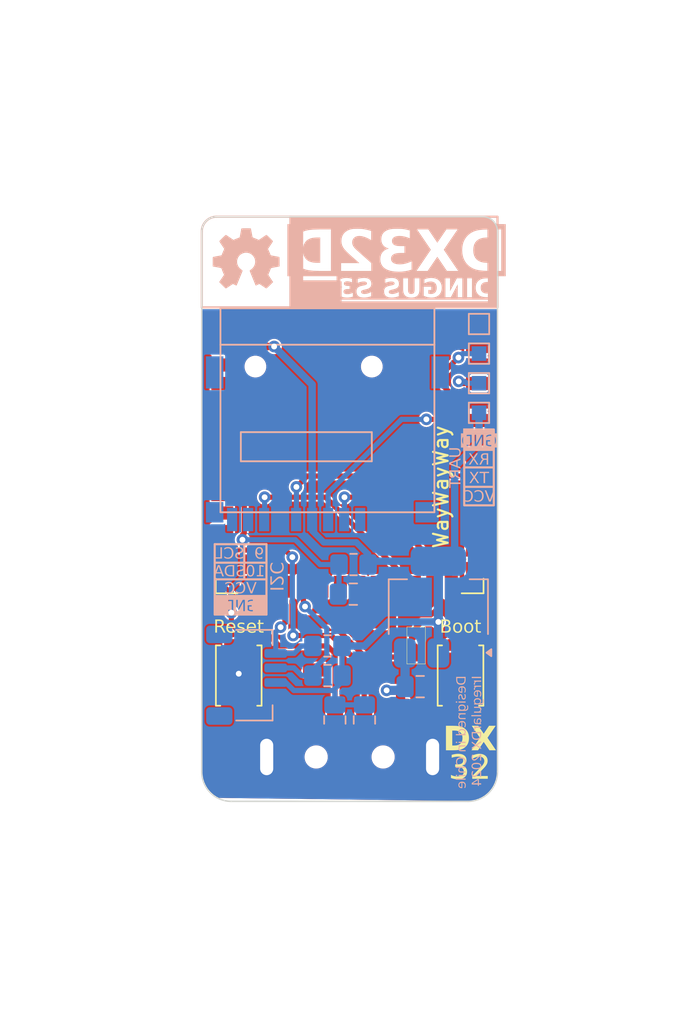
<source format=kicad_pcb>
(kicad_pcb (version 20240108) (generator "pcbnew") (generator_version "8.0")
  (layers (0 "F.Cu" signal) (31 "B.Cu" signal) (34 "B.Paste" user) (35 "F.Paste" user) (36 "B.SilkS" user "B.Silkscreen") (37 "F.SilkS" user "F.Silkscreen") (38 "B.Mask" user) (39 "F.Mask" user) (44 "Edge.Cuts" user))
  (net 0 "")
  (net 1 "/RESET")
  (net 2 "GND")
  (net 3 "+5V")
  (net 4 "+3.3V")
  (net 6 "/RGB_LED")
  (net 10 "/SD_CS")
  (net 11 "/SD_MOSI_DI")
  (net 12 "/SD_CLK")
  (net 13 "/SD_MISO_DO")
  (net 15 "/USB_D-")
  (net 16 "/USB_D+")
  (net 17 "/BOOT")
  (net 18 "/GPIO13")
  (net 19 "/GPIO4")
  (net 20 "/GPIO38")
  (net 21 "/GPIO6")
  (net 22 "/GPIO17")
  (net 25 "/GPIO18")
  (net 26 "/GPIO41")
  (net 27 "/GPIO5")
  (net 28 "/GPIO16")
  (net 29 "/GPIO14")
  (net 30 "/GPIO7")
  (net 31 "/GPIO15")
  (net 32 "/GPIO1")
  (net 33 "/GPIO2")
  (net 34 "/IO_RX")
  (net 36 "/GPIO9_SCL")
  (net 37 "/GPIO40")
  (net 39 "/GPIO12")
  (net 40 "/IO47")
  (net 41 "/GPIO3")
  (net 42 "/IO_TX")
  (net 43 "/GPIO11_PWR")
  (net 44 "/GPIO10_SDA")
  (net 45 "/GPIO8")
  (net 46 "Net-(D1-VDD)")
  (footprint "LED_SMD:LED_WS2812B_PLCC4_5.0x5.0mm_P3.2mm" (layer "F.Cu") (at 147.32 86.36)
    (property "Reference" "D1" (hide yes))
    (property "Value" "WS2812B")
    (pad "1" smd rect (at -2.45 -1.65) (size 1.5 0.9) (layers "F.Cu" "F.Paste" "F.Mask") (net 46 "Net-(D1-VDD)"))
    (pad "2" smd rect (at -2.45 1.65) (size 1.5 0.9) (layers "F.Cu" "F.Paste" "F.Mask"))
    (pad "3" smd rect (at 2.45 1.65) (size 1.5 0.9) (layers "F.Cu" "F.Paste" "F.Mask") (net 2 "GND"))
    (pad "4" smd rect (at 2.45 -1.65) (size 1.5 0.9) (layers "F.Cu" "F.Paste" "F.Mask") (net 6 "/RGB_LED"))
  )
  (footprint "Button_Switch_SMD:SW_Push_SPST_NO_Alps_SKRK" (layer "F.Cu") (at 139.7 88.392 -90)
    (property "Reference" "SW1" (hide yes))
    (property "Value" "reset")
    (fp_line (start -2.07 1.57) (end -2.07 1.27) (stroke (width 0.12)) (layer "F.SilkS"))
    (fp_line (start 2.07 1.57) (end -2.07 1.57) (stroke (width 0.12)) (layer "F.SilkS"))
    (fp_line (start 2.07 1.27) (end 2.07 1.57) (stroke (width 0.12)) (layer "F.SilkS"))
    (fp_line (start -2.07 -1.27) (end -2.07 -1.57) (stroke (width 0.12)) (layer "F.SilkS"))
    (fp_line (start -2.07 -1.57) (end 2.07 -1.57) (stroke (width 0.12)) (layer "F.SilkS"))
    (fp_line (start 2.07 -1.57) (end 2.07 -1.27) (stroke (width 0.12)) (layer "F.SilkS"))
    (pad "1" smd roundrect (at -2.1 0 270) (size 0.8 2) (layers "F.Cu" "F.Paste" "F.Mask") (net 1 "/RESET"))
    (pad "2" smd roundrect (at 2.1 0 270) (size 0.8 2) (layers "F.Cu" "F.Paste" "F.Mask") (net 2 "GND"))
  )
  (footprint "Button_Switch_SMD:SW_Push_SPST_NO_Alps_SKRK" (layer "F.Cu") (at 154.94 88.392 -90)
    (property "Reference" "SW2" (hide yes))
    (property "Value" "boot")
    (fp_line (start -2.07 1.57) (end -2.07 1.27) (stroke (width 0.12)) (layer "F.SilkS"))
    (fp_line (start 2.07 1.57) (end -2.07 1.57) (stroke (width 0.12)) (layer "F.SilkS"))
    (fp_line (start 2.07 1.27) (end 2.07 1.57) (stroke (width 0.12)) (layer "F.SilkS"))
    (fp_line (start -2.07 -1.27) (end -2.07 -1.57) (stroke (width 0.12)) (layer "F.SilkS"))
    (fp_line (start -2.07 -1.57) (end 2.07 -1.57) (stroke (width 0.12)) (layer "F.SilkS"))
    (fp_line (start 2.07 -1.57) (end 2.07 -1.27) (stroke (width 0.12)) (layer "F.SilkS"))
    (pad "1" smd roundrect (at -2.1 0 270) (size 0.8 2) (layers "F.Cu" "F.Paste" "F.Mask") (net 17 "/BOOT"))
    (pad "2" smd roundrect (at 2.1 0 270) (size 0.8 2) (layers "F.Cu" "F.Paste" "F.Mask") (net 2 "GND"))
  )
  (footprint "Fiducial:Fiducial_0.75mm_Mask1.5mm" (layer "F.Cu") (at 138.938 93.599)
    (property "Reference" "Fiducial" (hide yes))
    (property "Value" "Fiducial_0.75mm_Mask1.5mm" (hide yes))
    (pad "" smd circle (at 0 0) (size 0.75 0.75) (layers "F.Cu" "F.Mask") (clearance 0.375))
  )
  (footprint "Jumper:SolderJumper-2_P1.3mm_Open_TrianglePad1.0x1.5mm" (layer "F.Cu") (at 151.892 86.45 90)
    (property "Reference" "JP1" (hide yes))
    (property "Value" "SolderJumper_2_Open" (hide yes))
    (fp_line (start 1.4 -0.635) (end 1.4 0.635) (stroke (width 0.03)) (layer "F.SilkS"))
    (fp_line (start -1.143 -0.635) (end 1.4 -0.635) (stroke (width 0.03)) (layer "F.SilkS"))
    (fp_line (start 1.4 0.635) (end -1.143 0.635) (stroke (width 0.03)) (layer "F.SilkS"))
    (fp_line (start -1.143 0.635) (end -1.143 -0.635) (stroke (width 0.03)) (layer "F.SilkS"))
    (pad "1" smd custom (at -0.725 0 90) (size 0.3 0.3) (layers "F.Cu" "F.Mask") (net 46 "Net-(D1-VDD)") (options (clearance outline) (anchor rect)) (primitives (gr_poly (pts (xy 1 0) (xy 0.5 0.496) (xy -0.246 0.496) (xy -0.246 -0.496) (xy 0.5 -0.496)) (width 0) (fill yes))))
    (pad "2" smd custom (at 0.725 0 90) (size 0.3 0.3) (layers "F.Cu" "F.Mask") (net 4 "+3.3V") (options (clearance outline) (anchor rect)) (primitives (gr_poly (pts (xy 0.5 0.496) (xy -0.65 0.496) (xy -0.15 0) (xy -0.65 -0.496) (xy 0.5 -0.496)) (width 0) (fill yes))))
  )
  (footprint "Connector_USB:USB_A_CNCTech_1001-011-01101_Horizontal" (layer "F.Cu") (at 147.32 100.88 -90)
    (property "Reference" "J1" (hide yes))
    (property "Value" "USB_A")
    (pad "" np_thru_hole circle (at -6.9 -2.3 270) (size 1.1 1.1) (drill 1.1) (layers "*.Cu" "*.Mask"))
    (pad "" np_thru_hole circle (at -6.9 2.3 270) (size 1.1 1.1) (drill 1.1) (layers "*.Cu" "*.Mask"))
    (pad "1" smd rect (at -9.65 -3.5 270) (size 2.5 1.1) (layers "F.Cu" "F.Paste" "F.Mask") (net 3 "+5V"))
    (pad "2" smd rect (at -9.65 -1 270) (size 2.5 1.1) (layers "F.Cu" "F.Paste" "F.Mask") (net 15 "/USB_D-"))
    (pad "3" smd rect (at -9.65 1 270) (size 2.5 1.1) (layers "F.Cu" "F.Paste" "F.Mask") (net 16 "/USB_D+"))
    (pad "4" smd rect (at -9.65 3.5 270) (size 2.5 1.1) (layers "F.Cu" "F.Paste" "F.Mask") (net 2 "GND"))
    (pad "5" thru_hole oval (at -6.9 -5.7 270) (size 3.5 1.9) (drill oval 2.5 0.9) (layers "*.Cu" "*.Mask") (net 2 "GND"))
    (pad "5" thru_hole oval (at -6.9 5.7 270) (size 3.5 1.9) (drill oval 2.5 0.9) (layers "*.Cu" "*.Mask") (net 2 "GND"))
  )
  (footprint "RF_Module:ESP32-S3-WROOM-1" (layer "F.Cu") (at 147.32 69.796)
    (property "Reference" "U1" (hide yes))
    (property "Value" "ESP32-S3-WROOM-1")
    (fp_line (start -9.2 11.95) (end -9.2 12.95) (stroke (width 0.12)) (layer "F.SilkS"))
    (fp_line (start -9.2 12.95) (end -7.7 12.95) (stroke (width 0.12)) (layer "F.SilkS"))
    (fp_line (start 9.2 12.95) (end 7.7 12.95) (stroke (width 0.12)) (layer "F.SilkS"))
    (fp_line (start 9.2 12.95) (end 9.2 11.95) (stroke (width 0.12)) (layer "F.SilkS"))
    (pad "1" smd rect (at -8.75 -5.26) (size 1.5 0.9) (layers "F.Cu" "F.Paste" "F.Mask") (net 2 "GND"))
    (pad "2" smd rect (at -8.75 -3.99) (size 1.5 0.9) (layers "F.Cu" "F.Paste" "F.Mask") (net 4 "+3.3V"))
    (pad "3" smd rect (at -8.75 -2.72) (size 1.5 0.9) (layers "F.Cu" "F.Paste" "F.Mask") (net 1 "/RESET"))
    (pad "4" smd rect (at -8.75 -1.45) (size 1.5 0.9) (layers "F.Cu" "F.Paste" "F.Mask") (net 19 "/GPIO4"))
    (pad "5" smd rect (at -8.75 -0.18) (size 1.5 0.9) (layers "F.Cu" "F.Paste" "F.Mask") (net 27 "/GPIO5"))
    (pad "6" smd rect (at -8.75 1.09) (size 1.5 0.9) (layers "F.Cu" "F.Paste" "F.Mask") (net 21 "/GPIO6"))
    (pad "7" smd rect (at -8.75 2.36) (size 1.5 0.9) (layers "F.Cu" "F.Paste" "F.Mask") (net 30 "/GPIO7"))
    (pad "8" smd rect (at -8.75 3.63) (size 1.5 0.9) (layers "F.Cu" "F.Paste" "F.Mask") (net 31 "/GPIO15"))
    (pad "9" smd rect (at -8.75 4.9) (size 1.5 0.9) (layers "F.Cu" "F.Paste" "F.Mask") (net 28 "/GPIO16"))
    (pad "10" smd rect (at -8.75 6.17) (size 1.5 0.9) (layers "F.Cu" "F.Paste" "F.Mask") (net 22 "/GPIO17"))
    (pad "11" smd rect (at -8.75 7.44) (size 1.5 0.9) (layers "F.Cu" "F.Paste" "F.Mask") (net 25 "/GPIO18"))
    (pad "12" smd rect (at -8.75 8.71) (size 1.5 0.9) (layers "F.Cu" "F.Paste" "F.Mask") (net 45 "/GPIO8"))
    (pad "13" smd rect (at -8.75 9.98) (size 1.5 0.9) (layers "F.Cu" "F.Paste" "F.Mask") (net 15 "/USB_D-"))
    (pad "14" smd rect (at -8.75 11.25 180) (size 1.5 0.9) (layers "F.Cu" "F.Paste" "F.Mask") (net 16 "/USB_D+"))
    (pad "15" smd rect (at -6.985 12.5 270) (size 1.5 0.9) (layers "F.Cu" "F.Paste" "F.Mask") (net 41 "/GPIO3"))
    (pad "16" smd rect (at -5.715 12.5 270) (size 1.5 0.9) (layers "F.Cu" "F.Paste" "F.Mask"))
    (pad "17" smd rect (at -4.445 12.5 270) (size 1.5 0.9) (layers "F.Cu" "F.Paste" "F.Mask") (net 36 "/GPIO9_SCL"))
    (pad "18" smd rect (at -3.175 12.5 270) (size 1.5 0.9) (layers "F.Cu" "F.Paste" "F.Mask") (net 44 "/GPIO10_SDA"))
    (pad "19" smd rect (at -1.905 12.5 270) (size 1.5 0.9) (layers "F.Cu" "F.Paste" "F.Mask") (net 43 "/GPIO11_PWR"))
    (pad "20" smd rect (at -0.635 12.5 270) (size 1.5 0.9) (layers "F.Cu" "F.Paste" "F.Mask") (net 39 "/GPIO12"))
    (pad "21" smd rect (at 0.635 12.5 270) (size 1.5 0.9) (layers "F.Cu" "F.Paste" "F.Mask") (net 18 "/GPIO13"))
    (pad "22" smd rect (at 1.905 12.5 270) (size 1.5 0.9) (layers "F.Cu" "F.Paste" "F.Mask") (net 29 "/GPIO14"))
    (pad "23" smd rect (at 3.175 12.5 270) (size 1.5 0.9) (layers "F.Cu" "F.Paste" "F.Mask") (net 13 "/SD_MISO_DO"))
    (pad "24" smd rect (at 4.445 12.5 270) (size 1.5 0.9) (layers "F.Cu" "F.Paste" "F.Mask") (net 40 "/IO47"))
    (pad "25" smd rect (at 5.715 12.5 270) (size 1.5 0.9) (layers "F.Cu" "F.Paste" "F.Mask") (net 6 "/RGB_LED"))
    (pad "26" smd rect (at 6.985 12.5 270) (size 1.5 0.9) (layers "F.Cu" "F.Paste" "F.Mask") (net 10 "/SD_CS"))
    (pad "27" smd rect (at 8.75 11.25) (size 1.5 0.9) (layers "F.Cu" "F.Paste" "F.Mask") (net 17 "/BOOT"))
    (pad "28" smd rect (at 8.75 9.98) (size 1.5 0.9) (layers "F.Cu" "F.Paste" "F.Mask"))
    (pad "29" smd rect (at 8.75 8.71) (size 1.5 0.9) (layers "F.Cu" "F.Paste" "F.Mask"))
    (pad "30" smd rect (at 8.75 7.44) (size 1.5 0.9) (layers "F.Cu" "F.Paste" "F.Mask"))
    (pad "31" smd rect (at 8.75 6.17) (size 1.5 0.9) (layers "F.Cu" "F.Paste" "F.Mask") (net 20 "/GPIO38"))
    (pad "32" smd rect (at 8.75 4.9) (size 1.5 0.9) (layers "F.Cu" "F.Paste" "F.Mask") (net 12 "/SD_CLK"))
    (pad "33" smd rect (at 8.75 3.63) (size 1.5 0.9) (layers "F.Cu" "F.Paste" "F.Mask") (net 37 "/GPIO40"))
    (pad "34" smd rect (at 8.75 2.36) (size 1.5 0.9) (layers "F.Cu" "F.Paste" "F.Mask") (net 26 "/GPIO41"))
    (pad "35" smd rect (at 8.75 1.09) (size 1.5 0.9) (layers "F.Cu" "F.Paste" "F.Mask") (net 11 "/SD_MOSI_DI"))
    (pad "36" smd rect (at 8.75 -0.18) (size 1.5 0.9) (layers "F.Cu" "F.Paste" "F.Mask") (net 34 "/IO_RX"))
    (pad "37" smd rect (at 8.75 -1.45) (size 1.5 0.9) (layers "F.Cu" "F.Paste" "F.Mask") (net 42 "/IO_TX"))
    (pad "38" smd rect (at 8.75 -2.72) (size 1.5 0.9) (layers "F.Cu" "F.Paste" "F.Mask") (net 33 "/GPIO2"))
    (pad "39" smd rect (at 8.75 -3.99) (size 1.5 0.9) (layers "F.Cu" "F.Paste" "F.Mask") (net 32 "/GPIO1"))
    (pad "40" smd rect (at 8.75 -5.26) (size 1.5 0.9) (layers "F.Cu" "F.Paste" "F.Mask") (net 2 "GND"))
    (pad "41" smd rect (at -1.5 2.46 270) (size 3.9 3.9) (layers "F.Cu" "F.Mask") (net 2 "GND"))
    (zone (net 0) (net_name "") (layers "F.Cu" "In1.Cu" "B.Cu") (connect_pads (clearance 0)) (min_thickness 0.254)
      (keepout (tracks not_allowed) (vias not_allowed) (pads not_allowed) (copperpour not_allowed) (footprints not_allowed))
      (fill (thermal_gap 0.508) (thermal_bridge_width 0.508))
      (polygon (pts (xy 123.32 63.046) (xy 171.32 63.046) (xy 171.32 42.046) (xy 123.32 42.046)))
    )
  )
  (footprint "112J-TDAR-R01:112J-TDAR-R01" (layer "B.Cu") (at 140.844 67.183)
    (property "Reference" "J2" (hide yes))
    (property "Value" "MicroSD Card" (hide yes))
    (fp_line (start -2.4 -4) (end -2.4 -1.5) (stroke (width 0.127)) (layer "B.SilkS"))
    (fp_line (start -2.4 -1.5) (end -2.4 10) (stroke (width 0.127)) (layer "B.SilkS"))
    (fp_line (start -2.4 10) (end 12.3 10) (stroke (width 0.127)) (layer "B.SilkS"))
    (fp_line (start -1.5 -4) (end -2.4 -4) (stroke (width 0.127)) (layer "B.SilkS"))
    (fp_line (start -1 4.5) (end -1 6.5) (stroke (width 0.127)) (layer "B.SilkS"))
    (fp_line (start -1 6.5) (end 8 6.5) (stroke (width 0.127)) (layer "B.SilkS"))
    (fp_line (start 8 4.5) (end -1 4.5) (stroke (width 0.127)) (layer "B.SilkS"))
    (fp_line (start 8 6.5) (end 8 4.5) (stroke (width 0.127)) (layer "B.SilkS"))
    (fp_line (start 9.5 -4) (end -1.5 -4) (stroke (width 0.127)) (layer "B.SilkS"))
    (fp_line (start 12.3 -4) (end 9.5 -4) (stroke (width 0.127)) (layer "B.SilkS"))
    (fp_line (start 12.3 -1.5) (end -2.4 -1.5) (stroke (width 0.127)) (layer "B.SilkS"))
    (fp_line (start 12.3 -1.5) (end 12.3 -4) (stroke (width 0.127)) (layer "B.SilkS"))
    (fp_line (start 12.3 10) (end 12.3 -1.5) (stroke (width 0.127)) (layer "B.SilkS"))
    (pad "" np_thru_hole circle (at 0 0) (size 1 1) (drill 1) (layers "*.Cu" "*.Mask"))
    (pad "" np_thru_hole circle (at 8 0) (size 1 1) (drill 1) (layers "*.Cu" "*.Mask"))
    (pad "1" smd rect (at 7.2 10.5) (size 0.7 1.6) (layers "B.Cu" "B.Paste" "B.Mask"))
    (pad "2" smd rect (at 6.1 10.5) (size 0.7 1.6) (layers "B.Cu" "B.Paste" "B.Mask") (net 10 "/SD_CS"))
    (pad "3" smd rect (at 5 10.5) (size 0.7 1.6) (layers "B.Cu" "B.Paste" "B.Mask") (net 11 "/SD_MOSI_DI"))
    (pad "4" smd rect (at 3.9 10.5) (size 0.7 1.6) (layers "B.Cu" "B.Paste" "B.Mask") (net 4 "+3.3V"))
    (pad "5" smd rect (at 2.8 10.5) (size 0.7 1.6) (layers "B.Cu" "B.Paste" "B.Mask") (net 12 "/SD_CLK"))
    (pad "6" smd rect (at 1.7 10.5) (size 0.7 1.6) (layers "B.Cu" "B.Paste" "B.Mask") (net 2 "GND"))
    (pad "7" smd rect (at 0.6 10.5) (size 0.7 1.6) (layers "B.Cu" "B.Paste" "B.Mask") (net 13 "/SD_MISO_DO"))
    (pad "8" smd rect (at -0.5 10.5) (size 0.7 1.6) (layers "B.Cu" "B.Paste" "B.Mask"))
    (pad "CD" smd rect (at -1.6 10.5) (size 0.7 1.6) (layers "B.Cu" "B.Paste" "B.Mask"))
    (pad "G" smd rect (at -2.8 10) (size 1.2 1.4) (layers "B.Cu" "B.Paste" "B.Mask"))
    (pad "P$10" smd rect (at 11.8 10) (size 1.6 1.4) (layers "B.Cu" "B.Paste" "B.Mask"))
    (pad "P$11" smd rect (at -2.8 0.4) (size 1.2 2.2) (layers "B.Cu" "B.Paste" "B.Mask"))
    (pad "P$12" smd rect (at 12.7 0.4) (size 1.2 2.2) (layers "B.Cu" "B.Paste" "B.Mask"))
  )
  (footprint "Resistor_SMD:R_0805_2012Metric_Pad1.20x1.40mm_HandSolder" (layer "B.Cu") (at 145.796 86.36 180)
    (property "Reference" "R2" (hide yes))
    (property "Value" "10k")
    (fp_line (start 0.227064 0.735) (end -0.227064 0.735) (stroke (width 0.12)) (layer "B.SilkS"))
    (fp_line (start 0.227064 -0.735) (end -0.227064 -0.735) (stroke (width 0.12)) (layer "B.SilkS"))
    (pad "1" smd roundrect (at -1 0 180) (size 1.2 1.4) (layers "B.Cu" "B.Paste" "B.Mask") (roundrect_rratio 0.2083333333) (net 4 "+3.3V"))
    (pad "2" smd roundrect (at 1 0 180) (size 1.2 1.4) (layers "B.Cu" "B.Paste" "B.Mask") (roundrect_rratio 0.2083333333) (net 36 "/GPIO9_SCL"))
  )
  (footprint "TestPoint:TestPoint_Pad_1.0x1.0mm" (layer "B.Cu") (at 156.21 66.294 180)
    (property "Reference" "TP3" (hide yes))
    (property "Value" "TestPoint RX" (hide yes))
    (fp_line (start 0.7 0.7) (end -0.7 0.7) (stroke (width 0.12)) (layer "B.SilkS"))
    (fp_line (start 0.7 -0.7) (end 0.7 0.7) (stroke (width 0.12)) (layer "B.SilkS"))
    (fp_line (start -0.7 0.7) (end -0.7 -0.7) (stroke (width 0.12)) (layer "B.SilkS"))
    (fp_line (start -0.7 -0.7) (end 0.7 -0.7) (stroke (width 0.12)) (layer "B.SilkS"))
    (pad "1" smd rect (at 0 0 180) (size 1 1) (layers "B.Cu" "B.Mask") (net 34 "/IO_RX"))
  )
  (footprint "Capacitor_SMD:C_0805_2012Metric_Pad1.18x1.45mm_HandSolder" (layer "B.Cu") (at 146.304 91.44 -90)
    (property "Reference" "C3" (hide yes))
    (property "Value" "10uF")
    (fp_line (start 0.261252 0.735) (end -0.261252 0.735) (stroke (width 0.12)) (layer "B.SilkS"))
    (fp_line (start 0.261252 -0.735) (end -0.261252 -0.735) (stroke (width 0.12)) (layer "B.SilkS"))
    (pad "1" smd roundrect (at -1.0375 0 270) (size 1.175 1.45) (layers "B.Cu" "B.Paste" "B.Mask") (roundrect_rratio 0.2127659574) (net 4 "+3.3V"))
    (pad "2" smd roundrect (at 1.0375 0 270) (size 1.175 1.45) (layers "B.Cu" "B.Paste" "B.Mask") (roundrect_rratio 0.2127659574) (net 2 "GND"))
  )
  (footprint "Connector_JST:JST_SH_SM04B-SRSS-TB_1x04-1MP_P1.00mm_Horizontal" (layer "B.Cu") (at 140.24 88.368 90)
    (property "Reference" "J3" (hide yes))
    (property "Value" "SH I2C")
    (fp_line (start 3.11 1.785) (end 3.11 -0.715) (stroke (width 0.12)) (layer "B.SilkS"))
    (fp_line (start 2.06 1.785) (end 3.11 1.785) (stroke (width 0.12)) (layer "B.SilkS"))
    (fp_line (start -2.06 1.785) (end -3.11 1.785) (stroke (width 0.12)) (layer "B.SilkS"))
    (fp_line (start -3.11 1.785) (end -3.11 -0.715) (stroke (width 0.12)) (layer "B.SilkS"))
    (pad "1" smd roundrect (at -1.5 2 90) (size 0.6 1.55) (layers "B.Cu" "B.Paste" "B.Mask") (net 2 "GND"))
    (pad "2" smd roundrect (at -0.5 2 90) (size 0.6 1.55) (layers "B.Cu" "B.Paste" "B.Mask") (net 4 "+3.3V"))
    (pad "3" smd roundrect (at 0.5 2 90) (size 0.6 1.55) (layers "B.Cu" "B.Paste" "B.Mask") (net 44 "/GPIO10_SDA"))
    (pad "4" smd roundrect (at 1.5 2 90) (size 0.6 1.55) (layers "B.Cu" "B.Paste" "B.Mask") (net 36 "/GPIO9_SCL"))
    (pad "MP" smd roundrect (at -2.8 -1.875 90) (size 1.2 1.8) (layers "B.Cu" "B.Paste" "B.Mask") (roundrect_rratio 0.2083333333))
    (pad "MP" smd roundrect (at 2.8 -1.875 90) (size 1.2 1.8) (layers "B.Cu" "B.Paste" "B.Mask") (roundrect_rratio 0.2083333333))
  )
  (footprint "Capacitor_SMD:C_0805_2012Metric_Pad1.18x1.45mm_HandSolder" (layer "B.Cu") (at 147.574 82.804)
    (property "Reference" "C1" (hide yes))
    (property "Value" "1uF")
    (fp_line (start 0.261252 -0.735) (end -0.261252 -0.735) (stroke (width 0.12)) (layer "B.SilkS"))
    (fp_line (start 0.261252 0.735) (end -0.261252 0.735) (stroke (width 0.12)) (layer "B.SilkS"))
    (pad "1" smd roundrect (at -1.0375 0) (size 1.175 1.45) (layers "B.Cu" "B.Paste" "B.Mask") (roundrect_rratio 0.2127659574) (net 1 "/RESET"))
    (pad "2" smd roundrect (at 1.0375 0) (size 1.175 1.45) (layers "B.Cu" "B.Paste" "B.Mask") (roundrect_rratio 0.2127659574) (net 2 "GND"))
  )
  (footprint "TestPoint:TestPoint_Pad_1.0x1.0mm" (layer "B.Cu") (at 156.21 64.262 180)
    (property "Reference" "TP4" (hide yes))
    (property "Value" "TestPoint GND" (hide yes))
    (fp_line (start 0.7 0.7) (end -0.7 0.7) (stroke (width 0.12)) (layer "B.SilkS"))
    (fp_line (start 0.7 -0.7) (end 0.7 0.7) (stroke (width 0.12)) (layer "B.SilkS"))
    (fp_line (start -0.7 0.7) (end -0.7 -0.7) (stroke (width 0.12)) (layer "B.SilkS"))
    (fp_line (start -0.7 -0.7) (end 0.7 -0.7) (stroke (width 0.12)) (layer "B.SilkS"))
    (pad "1" smd rect (at 0 0 180) (size 1 1) (layers "B.Cu" "B.Mask") (net 2 "GND"))
  )
  (footprint "Package_TO_SOT_SMD:SOT-223-3_TabPin2" (layer "B.Cu") (at 153.416 83.693 90)
    (property "Reference" "U2" (hide yes))
    (property "Value" "AMS1117-3.3" (hide yes))
    (fp_line (start 1.91 -3.41) (end -1.85 -3.41) (stroke (width 0.12)) (layer "B.SilkS"))
    (fp_line (start 1.91 -2.15) (end 1.91 -3.41) (stroke (width 0.12)) (layer "B.SilkS"))
    (fp_line (start 1.91 2.15) (end 1.91 3.41) (stroke (width 0.12)) (layer "B.SilkS"))
    (fp_line (start 1.91 3.41) (end -1.85 3.41) (stroke (width 0.12)) (layer "B.SilkS"))
    (fp_poly (pts (xy -3.13 3.31) (xy -3.37 3.64) (xy -2.89 3.64) (xy -3.13 3.31)) (stroke (width 0.12)) (fill solid) (layer "B.SilkS"))
    (pad "1" smd roundrect (at -3.15 2.3 90) (size 2 1.5) (layers "B.Cu" "B.Paste" "B.Mask") (net 2 "GND"))
    (pad "2" smd roundrect (at -3.15 0 90) (size 2 1.5) (layers "B.Cu" "B.Paste" "B.Mask") (net 4 "+3.3V"))
    (pad "2" smd roundrect (at 3.15 0 90) (size 2 3.8) (layers "B.Cu" "B.Paste" "B.Mask") (net 4 "+3.3V"))
    (pad "3" smd roundrect (at -3.15 -2.3 90) (size 2 1.5) (layers "B.Cu" "B.Paste" "B.Mask") (net 3 "+5V"))
  )
  (footprint "Capacitor_SMD:C_0805_2012Metric_Pad1.18x1.45mm_HandSolder" (layer "B.Cu") (at 152.1675 89.154)
    (property "Reference" "C2" (hide yes))
    (property "Value" "10uF")
    (fp_line (start 0.261252 -0.735) (end -0.261252 -0.735) (stroke (width 0.12)) (layer "B.SilkS"))
    (fp_line (start 0.261252 0.735) (end -0.261252 0.735) (stroke (width 0.12)) (layer "B.SilkS"))
    (pad "1" smd roundrect (at -1.0375 0) (size 1.175 1.45) (layers "B.Cu" "B.Paste" "B.Mask") (roundrect_rratio 0.2127659574) (net 3 "+5V"))
    (pad "2" smd roundrect (at 1.0375 0) (size 1.175 1.45) (layers "B.Cu" "B.Paste" "B.Mask") (roundrect_rratio 0.2127659574) (net 2 "GND"))
  )
  (footprint "Capacitor_SMD:C_0805_2012Metric_Pad1.18x1.45mm_HandSolder" (layer "B.Cu") (at 148.336 91.44 90)
    (property "Reference" "C4" (hide yes))
    (property "Value" "10uF")
    (fp_line (start 0.261252 -0.735) (end -0.261252 -0.735) (stroke (width 0.12)) (layer "B.SilkS"))
    (fp_line (start 0.261252 0.735) (end -0.261252 0.735) (stroke (width 0.12)) (layer "B.SilkS"))
    (pad "1" smd roundrect (at -1.0375 0 90) (size 1.175 1.45) (layers "B.Cu" "B.Paste" "B.Mask") (roundrect_rratio 0.2127659574) (net 2 "GND"))
    (pad "2" smd roundrect (at 1.0375 0 90) (size 1.175 1.45) (layers "B.Cu" "B.Paste" "B.Mask") (roundrect_rratio 0.2127659574) (net 4 "+3.3V"))
  )
  (footprint "TestPoint:TestPoint_Pad_1.0x1.0mm" (layer "B.Cu") (at 156.21 68.326 180)
    (property "Reference" "TP2" (hide yes))
    (property "Value" "TestPoint TX" (hide yes))
    (fp_line (start 0.7 0.7) (end -0.7 0.7) (stroke (width 0.12)) (layer "B.SilkS"))
    (fp_line (start 0.7 -0.7) (end 0.7 0.7) (stroke (width 0.12)) (layer "B.SilkS"))
    (fp_line (start -0.7 0.7) (end -0.7 -0.7) (stroke (width 0.12)) (layer "B.SilkS"))
    (fp_line (start -0.7 -0.7) (end 0.7 -0.7) (stroke (width 0.12)) (layer "B.SilkS"))
    (pad "1" smd rect (at 0 0 180) (size 1 1) (layers "B.Cu" "B.Mask") (net 42 "/IO_TX"))
  )
  (footprint "Resistor_SMD:R_0805_2012Metric_Pad1.20x1.40mm_HandSolder" (layer "B.Cu") (at 147.59 80.772 180)
    (property "Reference" "R1" (hide yes))
    (property "Value" "10k")
    (fp_line (start 0.227064 0.735) (end -0.227064 0.735) (stroke (width 0.12)) (layer "B.SilkS"))
    (fp_line (start 0.227064 -0.735) (end -0.227064 -0.735) (stroke (width 0.12)) (layer "B.SilkS"))
    (pad "1" smd roundrect (at -1 0 180) (size 1.2 1.4) (layers "B.Cu" "B.Paste" "B.Mask") (roundrect_rratio 0.2083333333) (net 4 "+3.3V"))
    (pad "2" smd roundrect (at 1 0 180) (size 1.2 1.4) (layers "B.Cu" "B.Paste" "B.Mask") (roundrect_rratio 0.2083333333) (net 1 "/RESET"))
  )
  (footprint "Symbol:OSHW-Logo2_7.3x6mm_SilkScreen" (layer "B.Cu") (at 140.208 60.452 180)
    (property "Reference" "REF**" (hide yes))
    (property "Value" "OSHW-Logo2_7.3x6mm_SilkScreen" (hide yes))
    (fp_poly (pts (xy 0.10391 2.757652) (xy 0.182454 2.757222) (xy 0.239298 2.756058) (xy 0.278105 2.753793) (xy 0.302538 2.75006) (xy 0.316262 2.744494) (xy 0.32294 2.736727) (xy 0.326236 2.726395) (xy 0.326556 2.725057) (xy 0.331562 2.700921) (xy 0.340829 2.653299) (xy 0.353392 2.587259) (xy 0.368287 2.507872) (xy 0.384551 2.420204) (xy 0.385119 2.417125) (xy 0.40141 2.331211) (xy 0.416652 2.255304) (xy 0.429861 2.193955) (xy 0.440054 2.151718) (xy 0.446248 2.133145) (xy 0.446543 2.132816) (xy 0.464788 2.123747) (xy 0.502405 2.108633) (xy 0.551271 2.090738) (xy 0.551543 2.090642) (xy 0.613093 2.067507) (xy 0.685657 2.038035) (xy 0.754057 2.008403) (xy 0.757294 2.006938) (xy 0.868702 1.956374) (xy 1.115399 2.12484) (xy 1.191077 2.176197) (xy 1.259631 2.222111) (xy 1.317088 2.25997) (xy 1.359476 2.287163) (xy 1.382825 2.301079) (xy 1.385042 2.302111) (xy 1.40201 2.297516) (xy 1.433701 2.275345) (xy 1.481352 2.234553) (xy 1.546198 2.174095) (xy 1.612397 2.109773) (xy 1.676214 2.046388) (xy 1.733329 1.988549) (xy 1.780305 1.939825) (xy 1.813703 1.90379) (xy 1.830085 1.884016) (xy 1.830694 1.882998) (xy 1.832505 1.869428) (xy 1.825683 1.847267) (xy 1.80854 1.813522) (xy 1.779393 1.7652) (xy 1.736555 1.699308) (xy 1.679448 1.614483) (xy 1.628766 1.539823) (xy 1.583461 1.47286) (xy 1.54615 1.417484) (xy 1.519452 1.37758) (xy 1.505985 1.357038) (xy 1.505137 1.355644) (xy 1.506781 1.335962) (xy 1.519245 1.297707) (xy 1.540048 1.248111) (xy 1.547462 1.232272) (xy 1.579814 1.16171) (xy 1.614328 1.081647) (xy 1.642365 1.012371) (xy 1.662568 0.960955) (xy 1.678615 0.921881) (xy 1.687888 0.901459) (xy 1.689041 0.899886) (xy 1.706096 0.897279) (xy 1.746298 0.890137) (xy 1.804302 0.879477) (xy 1.874763 0.866315) (xy 1.952335 0.851667) (xy 2.031672 0.836551) (xy 2.107431 0.821982) (xy 2.174264 0.808978) (xy 2.226828 0.798555) (xy 2.259776 0.79173) (xy 2.267857 0.789801) (xy 2.276205 0.785038) (xy 2.282506 0.774282) (xy 2.287045 0.753902) (xy 2.290104 0.720266) (xy 2.291967 0.669745) (xy 2.292918 0.598708) (xy 2.29324 0.503524) (xy 2.293257 0.464508) (xy 2.293257 0.147201) (xy 2.217057 0.132161) (xy 2.174663 0.124005) (xy 2.1114 0.112101) (xy 2.034962 0.097884) (xy 1.953043 0.08279) (xy 1.9304 0.078645) (xy 1.854806 0.063947) (xy 1.788953 0.049495) (xy 1.738366 0.036625) (xy 1.708574 0.026678) (xy 1.703612 0.023713) (xy 1.691426 0.002717) (xy 1.673953 -0.037967) (xy 1.654577 -0.090322) (xy 1.650734 -0.1016) (xy 1.625339 -0.171523) (xy 1.593817 -0.250418) (xy 1.562969 -0.321266) (xy 1.562817 -0.321595) (xy 1.511447 -0.432733) (xy 1.680399 -0.681253) (xy 1.849352 -0.929772) (xy 1.632429 -1.147058) (xy 1.566819 -1.211726) (xy 1.506979 -1.268733) (xy 1.456267 -1.315033) (xy 1.418046 -1.347584) (xy 1.395675 -1.363343) (xy 1.392466 -1.364343) (xy 1.373626 -1.356469) (xy 1.33518 -1.334578) (xy 1.28133 -1.301267) (xy 1.216276 -1.259131) (xy 1.14594 -1.211943) (xy 1.074555 -1.16381) (xy 1.010908 -1.121928) (xy 0.959041 -1.088871) (xy 0.922995 -1.067218) (xy 0.906867 -1.059543) (xy 0.887189 -1.066037) (xy 0.849875 -1.08315) (xy 0.802621 -1.107326) (xy 0.797612 -1.110013) (xy 0.733977 -1.141927) (xy 0.690341 -1.157579) (xy 0.663202 -1.157745) (xy 0.649057 -1.143204) (xy 0.648975 -1.143) (xy 0.641905 -1.125779) (xy 0.625042 -1.084899) (xy 0.599695 -1.023525) (xy 0.567171 -0.944819) (xy 0.528778 -0.851947) (xy 0.485822 -0.748072) (xy 0.444222 -0.647502) (xy 0.398504 -0.536516) (xy 0.356526 -0.433703) (xy 0.319548 -0.342215) (xy 0.288827 -0.265201) (xy 0.265622 -0.205815) (xy 0.25119 -0.167209) (xy 0.246743 -0.1528) (xy 0.257896 -0.136272) (xy 0.287069 -0.10993) (xy 0.325971 -0.080887) (xy 0.436757 0.010961) (xy 0.523351 0.116241) (xy 0.584716 0.232734) (xy 0.619815 0.358224) (xy 0.627608 0.490493) (xy 0.621943 0.551543) (xy 0.591078 0.678205) (xy 0.53792 0.790059) (xy 0.465767 0.885999) (xy 0.377917 0.964924) (xy 0.277665 1.02573) (xy 0.16831 1.067313) (xy 0.053147 1.088572) (xy -0.064525 1.088401) (xy -0.18141 1.065699) (xy -0.294211 1.019362) (xy -0.399631 0.948287) (xy -0.443632 0.908089) (xy -0.528021 0.804871) (xy -0.586778 0.692075) (xy -0.620296 0.57299) (xy -0.628965 0.450905) (xy -0.613177 0.329107) (xy -0.573322 0.210884) (xy -0.509793 0.099525) (xy -0.422979 -0.001684) (xy -0.325971 -0.080887) (xy -0.285563 -0.111162) (xy -0.257018 -0.137219) (xy -0.246743 -0.152825) (xy -0.252123 -0.169843) (xy -0.267425 -0.2105) (xy -0.291388 -0.271642) (xy -0.322756 -0.350119) (xy -0.360268 -0.44278) (xy -0.402667 -0.546472) (xy -0.444337 -0.647526) (xy -0.49031 -0.758607) (xy -0.532893 -0.861541) (xy -0.570779 -0.953165) (xy -0.60266 -1.030316) (xy -0.627229 -1.089831) (xy -0.64318 -1.128544) (xy -0.64909 -1.143) (xy -0.663052 -1.157685) (xy -0.69006 -1.157642) (xy -0.733587 -1.142099) (xy -0.79711 -1.110284) (xy -0.797612 -1.110013) (xy -0.84544 -1.085323) (xy -0.884103 -1.067338) (xy -0.905905 -1.059614) (xy -0.906867 -1.059543) (xy -0.923279 -1.067378) (xy -0.959513 -1.089165) (xy -1.011526 -1.122328) (xy -1.075275 -1.164291) (xy -1.14594 -1.211943) (xy -1.217884 -1.260191) (xy -1.282726 -1.302151) (xy -1.336265 -1.335227) (xy -1.374303 -1.356821) (xy -1.392467 -1.364343) (xy -1.409192 -1.354457) (xy -1.44282 -1.326826) (xy -1.48999 -1.284495) (xy -1.547342 -1.230505) (xy -1.611516 -1.167899) (xy -1.632503 -1.146983) (xy -1.849501 -0.929623) (xy -1.684332 -0.68722) (xy -1.634136 -0.612781) (xy -1.590081 -0.545972) (xy -1.554638 -0.490665) (xy -1.530281 -0.450729) (xy -1.519478 -0.430036) (xy -1.519162 -0.428563) (xy -1.524857 -0.409058) (xy -1.540174 -0.369822) (xy -1.562463 -0.31743) (xy -1.578107 -0.282355) (xy -1.607359 -0.215201) (xy -1.634906 -0.147358) (xy -1.656263 -0.090034) (xy -1.662065 -0.072572) (xy -1.678548 -0.025938) (xy -1.69466 0.010095) (xy -1.70351 0.023713) (xy -1.72304 0.032048) (xy -1.765666 0.043863) (xy -1.825855 0.057819) (xy -1.898078 0.072578) (xy -1.9304 0.078645) (xy -2.012478 0.093727) (xy -2.091205 0.108331) (xy -2.158891 0.12102) (xy -2.20784 0.130358) (xy -2.217057 0.132161) (xy -2.293257 0.147201) (xy -2.293257 0.464508) (xy -2.293086 0.568846) (xy -2.292384 0.647787) (xy -2.290866 0.704962) (xy -2.288251 0.744001) (xy -2.284254 0.768535) (xy -2.278591 0.782195) (xy -2.27098 0.788611) (xy -2.267857 0.789801) (xy -2.249022 0.79402) (xy -2.207412 0.802438) (xy -2.14837 0.814039) (xy -2.077243 0.827805) (xy -1.999375 0.84272) (xy -1.920113 0.857768) (xy -1.844802 0.871931) (xy -1.778787 0.884194) (xy -1.727413 0.893539) (xy -1.696025 0.89895) (xy -1.689041 0.899886) (xy -1.682715 0.912404) (xy -1.66871 0.945754) (xy -1.649645 0.993623) (xy -1.642366 1.012371) (xy -1.613004 1.084805) (xy -1.578429 1.16483) (xy -1.547463 1.232272) (xy -1.524677 1.283841) (xy -1.509518 1.326215) (xy -1.504458 1.352166) (xy -1.505264 1.355644) (xy -1.515959 1.372064) (xy -1.54038 1.408583) (xy -1.575905 1.461313) (xy -1.619913 1.526365) (xy -1.669783 1.599849) (xy -1.679644 1.614355) (xy -1.737508 1.700296) (xy -1.780044 1.765739) (xy -1.808946 1.813696) (xy -1.82591 1.84718) (xy -1.832633 1.869205) (xy -1.83081 1.882783) (xy -1.830764 1.882869) (xy -1.816414 1.900703) (xy -1.784677 1.935183) (xy -1.73899 1.982732) (xy -1.682796 2.039778) (xy -1.619532 2.102745) (xy -1.612398 2.109773) (xy -1.53267 2.18698) (xy -1.471143 2.24367) (xy -1.426579 2.28089) (xy -1.397743 2.299685) (xy -1.385042 2.302111) (xy -1.366506 2.291529) (xy -1.328039 2.267084) (xy -1.273614 2.231388) (xy -1.207202 2.187053) (xy -1.132775 2.136689) (xy -1.115399 2.12484) (xy -0.868703 1.956374) (xy -0.757294 2.006938) (xy -0.689543 2.036405) (xy -0.616817 2.066041) (xy -0.554297 2.08967) (xy -0.551543 2.090642) (xy -0.50264 2.108543) (xy -0.464943 2.12368) (xy -0.446575 2.13279) (xy -0.446544 2.132816) (xy -0.440715 2.149283) (xy -0.430808 2.189781) (xy -0.417805 2.249758) (xy -0.402691 2.32466) (xy -0.386448 2.409936) (xy -0.385119 2.417125) (xy -0.368825 2.504986) (xy -0.353867 2.58474) (xy -0.341209 2.651319) (xy -0.331814 2.699653) (xy -0.326646 2.724675) (xy -0.326556 2.725057) (xy -0.323411 2.735701) (xy -0.317296 2.743738) (xy -0.304547 2.749533) (xy -0.2815 2.753453) (xy -0.244491 2.755865) (xy -0.189856 2.757135) (xy -0.113933 2.757629) (xy -0.013056 2.757714) (xy 0 2.757714) (xy 0.10391 2.757652)) (stroke (width 0.01)) (fill solid) (layer "B.SilkS"))
  )
  (footprint "Resistor_SMD:R_0805_2012Metric_Pad1.20x1.40mm_HandSolder" (layer "B.Cu") (at 145.796 88.392 180)
    (property "Reference" "R3" (hide yes))
    (property "Value" "10k")
    (fp_line (start 0.227064 0.735) (end -0.227064 0.735) (stroke (width 0.12)) (layer "B.SilkS"))
    (fp_line (start 0.227064 -0.735) (end -0.227064 -0.735) (stroke (width 0.12)) (layer "B.SilkS"))
    (pad "1" smd roundrect (at -1 0 180) (size 1.2 1.4) (layers "B.Cu" "B.Paste" "B.Mask") (roundrect_rratio 0.2083333333) (net 4 "+3.3V"))
    (pad "2" smd roundrect (at 1 0 180) (size 1.2 1.4) (layers "B.Cu" "B.Paste" "B.Mask") (roundrect_rratio 0.2083333333) (net 44 "/GPIO10_SDA"))
  )
  (footprint "TestPoint:TestPoint_Pad_1.0x1.0mm" (layer "B.Cu") (at 156.21 70.358 180)
    (property "Reference" "TP1" (hide yes))
    (property "Value" "TestPoint 3.3v" (hide yes))
    (fp_line (start 0.7 0.7) (end -0.7 0.7) (stroke (width 0.12)) (layer "B.SilkS"))
    (fp_line (start 0.7 -0.7) (end 0.7 0.7) (stroke (width 0.12)) (layer "B.SilkS"))
    (fp_line (start -0.7 0.7) (end -0.7 -0.7) (stroke (width 0.12)) (layer "B.SilkS"))
    (fp_line (start -0.7 -0.7) (end 0.7 -0.7) (stroke (width 0.12)) (layer "B.SilkS"))
    (pad "1" smd rect (at 0 0 180) (size 1 1) (layers "B.Cu" "B.Mask") (net 4 "+3.3V"))
  )
  (gr_arc (start 137.16 57.912) (mid 137.45758 57.19358) (end 138.176 56.896) (stroke (width 0.15)) (layer "B.SilkS"))
  (gr_line (start 143.256 63.119) (end 137.16 63.119) (stroke (width 0.15)) (layer "B.SilkS"))
  (gr_line (start 155.194 72.898) (end 157.226 72.898) (stroke (width 0.15)) (layer "B.SilkS"))
  (gr_line (start 155.194 75.438) (end 157.226 75.438) (stroke (width 0.15)) (layer "B.SilkS"))
  (gr_line (start 155.194 74.1045) (end 157.226 74.1045) (stroke (width 0.15)) (layer "B.SilkS"))
  (gr_line (start 138.049 80.645) (end 141.605 80.645) (stroke (width 0.15)) (layer "B.SilkS"))
  (gr_line (start 141.605 79.375) (end 141.605 84.201) (stroke (width 0.15)) (layer "B.SilkS"))
  (gr_rect (start 155.194 71.501) (end 157.226 76.708) (stroke (width 0.15)) (fill none) (layer "B.SilkS"))
  (gr_line (start 138.176 56.896) (end 143.256 56.896) (stroke (width 0.15)) (layer "B.SilkS"))
  (gr_rect (start 143.256 56.896) (end 157.48 63.119) (stroke (width 0.15)) (fill none) (layer "B.SilkS"))
  (gr_line (start 138.049 82.931) (end 141.605 82.931) (stroke (width 0.15)) (layer "B.SilkS"))
  (gr_line (start 138.049 81.788) (end 141.605 81.788) (stroke (width 0.15)) (layer "B.SilkS"))
  (gr_line (start 140.081 79.375) (end 140.081 81.788) (stroke (width 0.15)) (layer "B.SilkS"))
  (gr_line (start 138.049 84.201) (end 138.049 79.375) (stroke (width 0.15)) (layer "B.SilkS"))
  (gr_line (start 141.605 84.201) (end 138.049 84.201) (stroke (width 0.15)) (layer "B.SilkS"))
  (gr_line (start 138.049 79.375) (end 141.605 79.375) (stroke (width 0.15)) (layer "B.SilkS"))
  (gr_line (start 137.16 57.912) (end 137.16 63.119) (stroke (width 0.15)) (layer "B.SilkS"))
  (gr_line (start 137.16 57.912) (end 137.16 94.996) (stroke (width 0.1)) (layer "Edge.Cuts"))
  (gr_arc (start 137.16 57.912) (mid 137.45758 57.19358) (end 138.176 56.896) (stroke (width 0.1)) (layer "Edge.Cuts"))
  (gr_line (start 156.464 56.896) (end 138.176 56.896) (stroke (width 0.1)) (layer "Edge.Cuts"))
  (gr_line (start 139.192 97.028) (end 155.448 97.028) (stroke (width 0.1)) (layer "Edge.Cuts"))
  (gr_line (start 157.48 94.996) (end 157.48 57.912) (stroke (width 0.1)) (layer "Edge.Cuts"))
  (gr_arc (start 157.48 94.996) (mid 156.884841 96.432841) (end 155.448 97.028) (stroke (width 0.1)) (layer "Edge.Cuts"))
  (gr_arc (start 156.464 56.896) (mid 157.18242 57.19358) (end 157.48 57.912) (stroke (width 0.1)) (layer "Edge.Cuts"))
  (gr_arc (start 139.192 97.028) (mid 137.755159 96.432841) (end 137.16 94.996) (stroke (width 0.1)) (layer "Edge.Cuts"))
  (gr_text "Designed in Chile\nIrregularDX 2024" (at 156.464 88.392 90) (layer "B.SilkS") (effects (font (size 0.635 0.635) (thickness 0.127)) (justify left bottom mirror)))
  (gr_text "VCC" (at 139.827 82.8802 0) (layer "B.SilkS") (effects (font (size 0.762 0.762) (thickness 0.127)) (justify bottom mirror)))
  (gr_text "9" (at 141.097 80.4926 0) (layer "B.SilkS") (effects (font (size 0.762 0.762) (thickness 0.127)) (justify bottom mirror)))
  (gr_text "UART\n" (at 155.067 74.1045 90) (layer "B.SilkS") (effects (font (size 0.762 0.762) (thickness 0.127)) (justify bottom mirror)))
  (gr_text "SDA" (at 139.065 81.7118 0) (layer "B.SilkS") (effects (font (size 0.762 0.762) (thickness 0.127)) (justify bottom mirror)))
  (gr_text "DX32D\n\n" (at 150.622 65.786 0) (layer "B.SilkS" knockout) (effects (font (size 2.794 2.794) (thickness 0.254) (bold yes) (italic yes)) (justify bottom mirror)))
  (gr_text "VCC\n" (at 156.21 76.581 0) (layer "B.SilkS") (effects (font (size 0.762 0.762) (thickness 0.127)) (justify bottom mirror)))
  (gr_text "RX" (at 156.21 74.040992 0) (layer "B.SilkS") (effects (font (size 0.762 0.762) (thickness 0.127)) (justify bottom mirror)))
  (gr_text "GND\n" (at 139.827 84.0994 0) (layer "B.SilkS" knockout) (effects (font (size 0.762 0.762) (thickness 0.127)) (justify bottom mirror)))
  (gr_text "10" (at 140.843 81.7118 0) (layer "B.SilkS") (effects (font (size 0.762 0.762) (thickness 0.127)) (justify bottom mirror)))
  (gr_text "GND\n" (at 156.21 72.771 0) (layer "B.SilkS" knockout) (effects (font (size 0.762 0.762) (thickness 0.127)) (justify bottom mirror)))
  (gr_text "TX" (at 156.21 75.311 0) (layer "B.SilkS") (effects (font (size 0.762 0.762) (thickness 0.127)) (justify bottom mirror)))
  (gr_text "I2C \n" (at 141.719373 81.406999 -90) (layer "B.SilkS") (effects (font (size 0.889 0.889) (thickness 0.127)) (justify bottom mirror)))
  (gr_text "SCL\n" (at 139.065 80.4926 0) (layer "B.SilkS") (effects (font (size 0.762 0.762) (thickness 0.127)) (justify bottom mirror)))
  (gr_text "DINGUS S3\n\n" (at 151.892 64.77 0) (layer "B.SilkS" knockout) (effects (font (size 1.27 1.27) (thickness 0.254) (bold yes) (italic yes)) (justify bottom mirror)))
  (gr_text "Boot" (at 154.94 85.598 0) (layer "F.SilkS") (effects (font (size 0.889 0.889)) (justify bottom)))
  (gr_text "DX" (at 155.575 92.837 0) (layer "F.SilkS") (effects (font (size 1.651 1.651) (thickness 0.1905) (bold yes) (italic yes))))
  (gr_text "Reset" (at 139.7 85.598 0) (layer "F.SilkS") (effects (font (size 0.889 0.889)) (justify bottom)))
  (gr_text "32" (at 155.575 95.758 0) (layer "F.SilkS") (effects (font (size 1.651 1.651) (thickness 0.15) (italic yes)) (justify bottom)))
  (gr_text "WayWayWay" (at 154.178 79.756 90) (layer "F.SilkS") (effects (font (size 1 1)) (justify left bottom)))
  (segment (start 139.1096 67.076) (end 140.081 68.0474) (width 0.3556) (layer "F.Cu") (net 1))
  (segment (start 138.57 67.076) (end 139.1096 67.076) (width 0.3556) (layer "F.Cu") (net 1))
  (segment (start 139.954 78.74) (end 139.954 79.0712) (width 0.3556) (layer "F.Cu") (net 1))
  (segment (start 139.192 84.836) (end 139.7 85.344) (width 0.3556) (layer "F.Cu") (net 1))
  (segment (start 140.081 78.613) (end 139.954 78.74) (width 0.3556) (layer "F.Cu") (net 1))
  (segment (start 140.081 68.0474) (end 140.081 78.613) (width 0.3556) (layer "F.Cu") (net 1))
  (segment (start 139.7 85.344) (end 139.7 86.292) (width 0.3556) (layer "F.Cu") (net 1))
  (segment (start 139.192 84.074) (end 139.192 84.836) (width 0.3556) (layer "F.Cu") (net 1))
  (via (at 139.954 79.0712) (size 0.8) (drill 0.4) (layers "F.Cu" "B.Cu") (net 1))
  (via (at 139.192 84.074) (size 0.8) (drill 0.4) (layers "F.Cu" "B.Cu") (net 1))
  (segment (start 139.954 81.6356) (end 139.192 82.3976) (width 0.3556) (layer "B.Cu") (net 1))
  (segment (start 146.59 80.772) (end 146.59 82.7505) (width 0.3556) (layer "B.Cu") (net 1))
  (segment (start 145.288 80.772) (end 146.59 80.772) (width 0.3556) (layer "B.Cu") (net 1))
  (segment (start 143.5872 79.0712) (end 145.288 80.772) (width 0.3556) (layer "B.Cu") (net 1))
  (segment (start 139.954 79.0712) (end 139.954 81.6356) (width 0.3556) (layer "B.Cu") (net 1))
  (segment (start 139.192 82.3976) (end 139.192 84.074) (width 0.3556) (layer "B.Cu") (net 1))
  (segment (start 146.59 82.7505) (end 146.5365 82.804) (width 0.3556) (layer "B.Cu") (net 1))
  (segment (start 139.954 79.0712) (end 143.5872 79.0712) (width 0.3556) (layer "B.Cu") (net 1))
  (via (at 139.7 88.265) (size 0.8) (drill 0.4) (layers "F.Cu" "B.Cu") (net 2))
  (segment (start 150.82 89.606) (end 150.622 89.408) (width 0.635) (layer "F.Cu") (net 3))
  (segment (start 150.622 89.408) (end 149.86 89.408) (width 0.635) (layer "F.Cu") (net 3))
  (segment (start 150.82 91.23) (end 150.82 89.606) (width 0.635) (layer "F.Cu") (net 3))
  (via (at 149.86 89.408) (size 0.8) (drill 0.4) (layers "F.Cu" "B.Cu") (net 3))
  (segment (start 149.86 89.408) (end 150.6005 89.408) (width 0.635) (layer "B.Cu") (net 3))
  (segment (start 151.13 88.8785) (end 151.13 87.083) (width 0.635) (layer "B.Cu") (net 3))
  (segment (start 151.13 87.083) (end 151.37 86.843) (width 0.3556) (layer "B.Cu") (net 3))
  (segment (start 150.6005 89.408) (end 151.13 88.8785) (width 0.3556) (layer "B.Cu") (net 3))
  (segment (start 152.273 84.709) (end 151.892 85.09) (width 0.3556) (layer "F.Cu") (net 4))
  (segment (start 151.892 85.09) (end 151.892 85.725) (width 0.3556) (layer "F.Cu") (net 4))
  (segment (start 142.133 65.806) (end 138.57 65.806) (width 0.508) (layer "F.Cu") (net 4))
  (segment (start 153.416 84.709) (end 152.273 84.709) (width 0.3556) (layer "F.Cu") (net 4))
  (via (at 142.133 65.806) (size 0.8) (drill 0.4) (layers "F.Cu" "B.Cu") (net 4))
  (via (at 153.416 84.709) (size 0.8) (drill 0.4) (layers "F.Cu" "B.Cu") (net 4))
  (segment (start 146.1866 89.4176) (end 146.304 89.535) (width 0.3556) (layer "B.Cu") (net 4))
  (segment (start 150.749 80.543) (end 153.205 80.543) (width 0.3556) (layer "B.Cu") (net 4))
  (segment (start 153.4375 80.3105) (end 153.899 80.3105) (width 0.3556) (layer "B.Cu") (net 4))
  (segment (start 148.336 86.36) (end 146.796 86.36) (width 0.508) (layer "B.Cu") (net 4))
  (segment (start 146.304 89.535) (end 146.304 90.4025) (width 0.3556) (layer "B.Cu") (net 4))
  (segment (start 154.5375 77.089) (end 154.5375 75.0785) (width 0.508) (layer "B.Cu") (net 4))
  (segment (start 142.9339 88.868) (end 143.4835 89.4176) (width 0.3556) (layer "B.Cu") (net 4))
  (segment (start 153.416 84.709) (end 149.987 84.709) (width 0.508) (layer "B.Cu") (net 4))
  (segment (start 153.67 80.543) (end 154.5375 79.6755) (width 0.508) (layer "B.Cu") (net 4))
  (segment (start 148.59 80.0608) (end 148.59 80.772) (width 0.4318) (layer "B.Cu") (net 4))
  (segment (start 145.542 79.248) (end 147.7772 79.248) (width 0.4318) (layer "B.Cu") (net 4))
  (segment (start 145.7704 89.4176) (end 146.1866 89.4176) (width 0.3556) (layer "B.Cu") (net 4))
  (segment (start 142.24 88.868) (end 142.9339 88.868) (width 0.3556) (layer "B.Cu") (net 4))
  (segment (start 144.744 77.683) (end 144.744 78.45) (width 0.4318) (layer "B.Cu") (net 4))
  (segment (start 153.416 86.589) (end 153.67 86.843) (width 0.3556) (layer "B.Cu") (net 4))
  (segment (start 153.67 80.543) (end 148.819 80.543) (width 0.508) (layer "B.Cu") (net 4))
  (segment (start 154.5375 74.0625) (end 156.21 72.39) (width 0.508) (layer "B.Cu") (net 4))
  (segment (start 156.21 72.39) (end 156.21 70.104) (width 0.508) (layer "B.Cu") (net 4))
  (segment (start 146.1866 89.4176) (end 146.796 88.8082) (width 0.3556) (layer "B.Cu") (net 4))
  (segment (start 147.7772 79.248) (end 148.59 80.0608) (width 0.4318) (layer "B.Cu") (net 4))
  (segment (start 153.205 80.543) (end 153.4375 80.3105) (width 0.3556) (layer "B.Cu") (net 4))
  (segment (start 146.796 88.8082) (end 146.796 88.392) (width 0.3556) (layer "B.Cu") (net 4))
  (segment (start 153.416 84.709) (end 153.416 86.589) (width 0.635) (layer "B.Cu") (net 4))
  (segment (start 142.133 65.806) (end 144.744 68.417) (width 0.508) (layer "B.Cu") (net 4))
  (segment (start 144.744 78.45) (end 145.542 79.248) (width 0.4318) (layer "B.Cu") (net 4))
  (segment (start 144.744 68.417) (end 144.744 77.683) (width 0.508) (layer "B.Cu") (net 4))
  (segment (start 148.336 90.4025) (end 146.304 90.4025) (width 0.3556) (layer "B.Cu") (net 4))
  (segment (start 149.987 84.709) (end 148.336 86.36) (width 0.508) (layer "B.Cu") (net 4))
  (segment (start 143.4835 89.4176) (end 145.7704 89.4176) (width 0.3556) (layer "B.Cu") (net 4))
  (segment (start 153.416 84.709) (end 153.416 80.797) (width 0.635) (layer "B.Cu") (net 4))
  (segment (start 154.5375 75.0785) (end 154.5375 74.0625) (width 0.508) (layer "B.Cu") (net 4))
  (segment (start 146.796 88.392) (end 146.796 86.36) (width 0.3556) (layer "B.Cu") (net 4))
  (segment (start 154.5375 79.6755) (end 154.5375 77.089) (width 0.508) (layer "B.Cu") (net 4))
  (segment (start 150.114 83.82) (end 149.77 84.164) (width 0.3556) (layer "F.Cu") (net 6))
  (segment (start 153.035 83.439) (end 152.654 83.82) (width 0.3556) (layer "F.Cu") (net 6))
  (segment (start 153.035 82.296) (end 153.035 83.439) (width 0.3556) (layer "F.Cu") (net 6))
  (segment (start 149.77 84.164) (end 149.77 84.71) (width 0.3556) (layer "F.Cu") (net 6))
  (segment (start 152.654 83.82) (end 150.114 83.82) (width 0.3556) (layer "F.Cu") (net 6))
  (segment (start 148.6978 76.1492) (end 154.305 81.7564) (width 0.3556) (layer "F.Cu") (net 10))
  (segment (start 154.305 81.7564) (end 154.305 82.296) (width 0.3556) (layer "F.Cu") (net 10))
  (segment (start 146.9644 76.1492) (end 148.6978 76.1492) (width 0.3556) (layer "F.Cu") (net 10))
  (via (at 146.9644 76.1492) (size 0.8) (drill 0.4) (layers "F.Cu" "B.Cu") (net 10))
  (segment (start 146.9644 77.6626) (end 146.944 77.683) (width 0.3556) (layer "B.Cu") (net 10))
  (segment (start 146.9644 76.1492) (end 146.9644 77.6626) (width 0.3556) (layer "B.Cu") (net 10))
  (segment (start 154.8832 70.8048) (end 152.5931 70.8048) (width 0.3556) (layer "F.Cu") (net 11))
  (segment (start 154.9644 70.886) (end 154.8832 70.8048) (width 0.3556) (layer "F.Cu") (net 11))
  (segment (start 156.07 70.886) (end 154.9644 70.886) (width 0.3556) (layer "F.Cu") (net 11))
  (via (at 152.5931 70.8048) (size 0.8) (drill 0.4) (layers "F.Cu" "B.Cu") (net 11))
  (segment (start 152.5931 70.8048) (end 150.8864 70.8048) (width 0.3556) (layer "B.Cu") (net 11))
  (segment (start 145.844 75.8472) (end 145.844 77.683) (width 0.3556) (layer "B.Cu") (net 11))
  (segment (start 150.8864 70.8048) (end 145.844 75.8472) (width 0.3556) (layer "B.Cu") (net 11))
  (segment (start 144.4108 74.696) (end 156.07 74.696) (width 0.3556) (layer "F.Cu") (net 12))
  (segment (start 143.6624 75.4444) (end 144.4108 74.696) (width 0.3556) (layer "F.Cu") (net 12))
  (via (at 143.6624 75.4444) (size 0.8) (drill 0.4) (layers "F.Cu" "B.Cu") (net 12))
  (segment (start 143.6624 77.6646) (end 143.644 77.683) (width 0.3556) (layer "B.Cu") (net 12))
  (segment (start 143.6624 75.4444) (end 143.6624 77.6646) (width 0.3556) (layer "B.Cu") (net 12))
  (segment (start 145.6598 76.1492) (end 150.495 80.9844) (width 0.3556) (layer "F.Cu") (net 13))
  (segment (start 150.495 80.9844) (end 150.495 82.296) (width 0.3556) (layer "F.Cu") (net 13))
  (segment (start 141.478 76.1492) (end 145.6598 76.1492) (width 0.3556) (layer "F.Cu") (net 13))
  (via (at 141.478 76.1492) (size 0.8) (drill 0.4) (layers "F.Cu" "B.Cu") (net 13))
  (segment (start 141.478 76.1492) (end 141.478 77.649) (width 0.3556) (layer "B.Cu") (net 13))
  (segment (start 141.478 77.649) (end 141.444 77.683) (width 0.3556) (layer "B.Cu") (net 13))
  (segment (start 142.895 79.776) (end 138.57 79.776) (width 0.3556) (layer "F.Cu") (net 15))
  (segment (start 146.057599 85.6437) (end 148.32 87.906101) (width 0.3556) (layer "F.Cu") (net 15))
  (segment (start 143.4374 85.6437) (end 146.057599 85.6437) (width 0.3556) (layer "F.Cu") (net 15))
  (segment (start 143.383 80.264) (end 142.895 79.776) (width 0.3556) (layer "F.Cu") (net 15))
  (segment (start 148.32 87.906101) (end 148.32 91.23) (width 0.3556) (layer "F.Cu") (net 15))
  (via (at 143.4374 85.6437) (size 0.8) (drill 0.4) (layers "F.Cu" "B.Cu") (net 15))
  (via (at 143.383 80.264) (size 0.8) (drill 0.4) (layers "F.Cu" "B.Cu") (net 15))
  (segment (start 143.383 80.264) (end 143.383 83.3425) (width 0.3556) (layer "B.Cu") (net 15))
  (segment (start 143.4374 83.3969) (end 143.4374 85.6437) (width 0.3556) (layer "B.Cu") (net 15))
  (segment (start 143.383 83.3425) (end 143.4374 83.3969) (width 0.3556) (layer "B.Cu") (net 15))
  (segment (start 145.796 86.36) (end 146.32 86.884) (width 0.3556) (layer "F.Cu") (net 16))
  (segment (start 146.32 86.884) (end 146.32 91.23) (width 0.3556) (layer "F.Cu") (net 16))
  (segment (start 142.494 86.36) (end 145.796 86.36) (width 0.3556) (layer "F.Cu") (net 16))
  (segment (start 141.732 85.598) (end 142.494 86.36) (width 0.3556) (layer "F.Cu") (net 16))
  (segment (start 138.57 81.046) (end 138.57 82.177) (width 0.3556) (layer "F.Cu") (net 16))
  (segment (start 138.57 82.177) (end 141.732 85.339) (width 0.3556) (layer "F.Cu") (net 16))
  (segment (start 141.732 85.339) (end 141.732 85.598) (width 0.3556) (layer "F.Cu") (net 16))
  (segment (start 156.07 81.046) (end 156.07 83.545) (width 0.3556) (layer "F.Cu") (net 17))
  (segment (start 154.94 84.675) (end 154.94 86.292) (width 0.3556) (layer "F.Cu") (net 17))
  (segment (start 156.07 83.545) (end 154.94 84.675) (width 0.3556) (layer "F.Cu") (net 17))
  (segment (start 153.781069 67.580256) (end 153.781069 68.544807) (width 0.3556) (layer "F.Cu") (net 34))
  (segment (start 154.796569 66.564756) (end 153.781069 67.580256) (width 0.3556) (layer "F.Cu") (net 34))
  (segment (start 153.781069 68.544807) (end 154.852262 69.616) (width 0.3556) (layer "F.Cu") (net 34))
  (segment (start 154.852262 69.616) (end 156.07 69.616) (width 0.3556) (layer "F.Cu") (net 34))
  (via (at 154.796569 66.564756) (size 0.8) (drill 0.4) (layers "F.Cu" "B.Cu") (net 34))
  (segment (start 154.796569 66.564756) (end 155.067325 66.294) (width 0.3556) (layer "B.Cu") (net 34))
  (segment (start 155.067325 66.294) (end 156.21 66.294) (width 0.3556) (layer "B.Cu") (net 34))
  (segment (start 142.5748 85.0702) (end 142.875 84.77) (width 0.3556) (layer "F.Cu") (net 36))
  (segment (start 142.875 84.77) (end 142.875 82.296) (width 0.3556) (layer "F.Cu") (net 36))
  (via (at 142.5748 85.0702) (size 0.8) (drill 0.4) (layers "F.Cu" "B.Cu") (net 36))
  (segment (start 143.51 86.868) (end 142.24 86.868) (width 0.3556) (layer "B.Cu") (net 36))
  (segment (start 142.24 86.868) (end 142.24 85.405) (width 0.3556) (layer "B.Cu") (net 36))
  (segment (start 142.24 85.405) (end 142.5748 85.0702) (width 0.3556) (layer "B.Cu") (net 36))
  (segment (start 144.018 86.36) (end 143.51 86.868) (width 0.3556) (layer "B.Cu") (net 36))
  (segment (start 144.796 86.36) (end 144.018 86.36) (width 0.3556) (layer "B.Cu") (net 36))
  (segment (start 154.96 68.346) (end 156.07 68.346) (width 0.3556) (layer "F.Cu") (net 42))
  (segment (start 154.813 68.199) (end 154.96 68.346) (width 0.3556) (layer "F.Cu") (net 42))
  (via (at 154.813 68.199) (size 0.8) (drill 0.4) (layers "F.Cu" "B.Cu") (net 42))
  (segment (start 155.3544 68.326) (end 155.956 68.326) (width 0.3556) (layer "B.Cu") (net 42))
  (segment (start 154.813 68.199) (end 155.2274 68.199) (width 0.3556) (layer "B.Cu") (net 42))
  (segment (start 155.2274 68.199) (end 155.3544 68.326) (width 0.3556) (layer "B.Cu") (net 42))
  (segment (start 155.956 68.326) (end 156.21 68.072) (width 0.3556) (layer "B.Cu") (net 42))
  (segment (start 144.145 82.296) (end 144.145 83.5441) (width 0.3556) (layer "F.Cu") (net 44))
  (segment (start 144.145 83.5441) (end 144.2539 83.653) (width 0.3556) (layer "F.Cu") (net 44))
  (via (at 144.2539 83.653) (size 0.8) (drill 0.4) (layers "F.Cu" "B.Cu") (net 44))
  (segment (start 145.7514 87.0429) (end 145.7514 85.1569) (width 0.3556) (layer "B.Cu") (net 44))
  (segment (start 144.5992 88.1951) (end 144.796 88.392) (width 0.3556) (layer "B.Cu") (net 44))
  (segment (start 145.7514 85.1569) (end 144.2539 83.6594) (width 0.3556) (layer "B.Cu") (net 44))
  (segment (start 143.494 87.868) (end 144.018 88.392) (width 0.3556) (layer "B.Cu") (net 44))
  (segment (start 144.5992 88.1951) (end 145.7514 87.0429) (width 0.3556) (layer "B.Cu") (net 44))
  (segment (start 144.2539 83.6594) (end 144.2539 83.653) (width 0.3556) (layer "B.Cu") (net 44))
  (segment (start 144.018 88.392) (end 144.4023 88.392) (width 0.3556) (layer "B.Cu") (net 44))
  (segment (start 144.4023 88.392) (end 144.5992 88.1951) (width 0.3556) (layer "B.Cu") (net 44))
  (segment (start 142.24 87.868) (end 143.494 87.868) (width 0.3556) (layer "B.Cu") (net 44))
  (segment (start 144.87 84.71) (end 145.9756 84.71) (width 0.3556) (layer "F.Cu") (net 46))
  (segment (start 145.9756 84.71) (end 148.3876 87.122) (width 0.3556) (layer "F.Cu") (net 46))
  (segment (start 148.3876 87.122) (end 152.003 87.122) (width 0.3556) (layer "F.Cu") (net 46))
  (zone (net 2) (net_name "GND") (layer "F.Cu") (priority 1) (connect_pads yes (clearance 0.0254)) (min_thickness 0.127) (fill yes (thermal_gap 0.5) (thermal_bridge_width 0.5) (island_removal_mode 1) (island_area_min 9.999997))
    (polygon (pts (xy 137.16 63.246) (xy 157.48 63.246) (xy 157.48 97.028) (xy 137.16 96.774)))
  )
  (zone (net 2) (net_name "GND") (layer "B.Cu") (connect_pads yes (clearance 0.127)) (min_thickness 0.0254) (fill yes (thermal_gap 0.5) (thermal_bridge_width 0.5) (island_removal_mode 1) (island_area_min 9.999998))
    (polygon (pts (xy 137.16 63.246) (xy 157.48 63.246) (xy 157.48 97.028) (xy 137.16 96.774)))
  )
  (zone (net 0) (net_name "") (layer "B.SilkS") (connect_pads (clearance 0)) (min_thickness 0.0254) (fill yes (thermal_gap 0.5) (thermal_bridge_width 0.5))
    (polygon (pts (xy 138.049 82.931) (xy 141.605 82.931) (xy 141.605 84.201) (xy 138.049 84.201)))
  )
  (zone (net 0) (net_name "") (layer "B.SilkS") (connect_pads (clearance 0)) (min_thickness 0.0254) (fill yes (thermal_gap 0.5) (thermal_bridge_width 0.5))
    (polygon (pts (xy 155.194 71.501) (xy 157.226 71.501) (xy 157.226 72.898) (xy 155.194 72.898)))
  )
  (zone (net 0) (net_name "") (layer "B.SilkS") (connect_pads yes (clearance 0)) (min_thickness 0.25) (fill yes (thermal_gap 0.5) (thermal_bridge_width 0.5) (island_removal_mode 1) (island_area_min 9.999999))
    (polygon (pts (xy 143.256 56.896) (xy 157.48 56.896) (xy 157.48 63.119) (xy 143.256 63.119)))
  )
)
</source>
